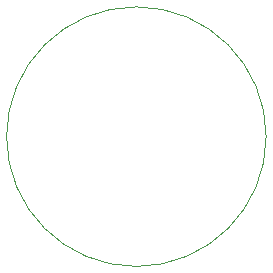
<source format=gko>
G04 Layer_Color=16711935*
%FSLAX25Y25*%
%MOIN*%
G70*
G01*
G75*
%ADD18C,0.00039*%
D18*
X43270Y-98D02*
G03*
X43270Y-98I-43270J0D01*
G01*
M02*

</source>
